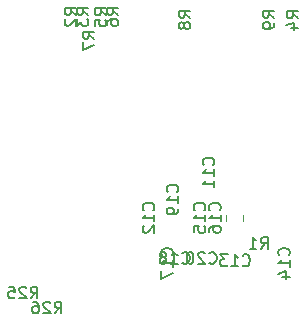
<source format=gbr>
%TF.GenerationSoftware,KiCad,Pcbnew,5.1.6*%
%TF.CreationDate,2021-04-23T20:35:47+02:00*%
%TF.ProjectId,nhci,6e686369-2e6b-4696-9361-645f70636258,rev?*%
%TF.SameCoordinates,Original*%
%TF.FileFunction,Legend,Bot*%
%TF.FilePolarity,Positive*%
%FSLAX46Y46*%
G04 Gerber Fmt 4.6, Leading zero omitted, Abs format (unit mm)*
G04 Created by KiCad (PCBNEW 5.1.6) date 2021-04-23 20:35:47*
%MOMM*%
%LPD*%
G01*
G04 APERTURE LIST*
%ADD10C,0.120000*%
%ADD11C,0.150000*%
G04 APERTURE END LIST*
D10*
%TO.C,C16*%
X68632000Y-123439422D02*
X68632000Y-123956578D01*
X70052000Y-123439422D02*
X70052000Y-123956578D01*
%TO.C,R26*%
D11*
X54086857Y-131797380D02*
X54420190Y-131321190D01*
X54658285Y-131797380D02*
X54658285Y-130797380D01*
X54277333Y-130797380D01*
X54182095Y-130845000D01*
X54134476Y-130892619D01*
X54086857Y-130987857D01*
X54086857Y-131130714D01*
X54134476Y-131225952D01*
X54182095Y-131273571D01*
X54277333Y-131321190D01*
X54658285Y-131321190D01*
X53705904Y-130892619D02*
X53658285Y-130845000D01*
X53563047Y-130797380D01*
X53324952Y-130797380D01*
X53229714Y-130845000D01*
X53182095Y-130892619D01*
X53134476Y-130987857D01*
X53134476Y-131083095D01*
X53182095Y-131225952D01*
X53753523Y-131797380D01*
X53134476Y-131797380D01*
X52277333Y-130797380D02*
X52467809Y-130797380D01*
X52563047Y-130845000D01*
X52610666Y-130892619D01*
X52705904Y-131035476D01*
X52753523Y-131225952D01*
X52753523Y-131606904D01*
X52705904Y-131702142D01*
X52658285Y-131749761D01*
X52563047Y-131797380D01*
X52372571Y-131797380D01*
X52277333Y-131749761D01*
X52229714Y-131702142D01*
X52182095Y-131606904D01*
X52182095Y-131368809D01*
X52229714Y-131273571D01*
X52277333Y-131225952D01*
X52372571Y-131178333D01*
X52563047Y-131178333D01*
X52658285Y-131225952D01*
X52705904Y-131273571D01*
X52753523Y-131368809D01*
%TO.C,R25*%
X52054857Y-130527380D02*
X52388190Y-130051190D01*
X52626285Y-130527380D02*
X52626285Y-129527380D01*
X52245333Y-129527380D01*
X52150095Y-129575000D01*
X52102476Y-129622619D01*
X52054857Y-129717857D01*
X52054857Y-129860714D01*
X52102476Y-129955952D01*
X52150095Y-130003571D01*
X52245333Y-130051190D01*
X52626285Y-130051190D01*
X51673904Y-129622619D02*
X51626285Y-129575000D01*
X51531047Y-129527380D01*
X51292952Y-129527380D01*
X51197714Y-129575000D01*
X51150095Y-129622619D01*
X51102476Y-129717857D01*
X51102476Y-129813095D01*
X51150095Y-129955952D01*
X51721523Y-130527380D01*
X51102476Y-130527380D01*
X50197714Y-129527380D02*
X50673904Y-129527380D01*
X50721523Y-130003571D01*
X50673904Y-129955952D01*
X50578666Y-129908333D01*
X50340571Y-129908333D01*
X50245333Y-129955952D01*
X50197714Y-130003571D01*
X50150095Y-130098809D01*
X50150095Y-130336904D01*
X50197714Y-130432142D01*
X50245333Y-130479761D01*
X50340571Y-130527380D01*
X50578666Y-130527380D01*
X50673904Y-130479761D01*
X50721523Y-130432142D01*
%TO.C,R9*%
X72688380Y-106744333D02*
X72212190Y-106411000D01*
X72688380Y-106172904D02*
X71688380Y-106172904D01*
X71688380Y-106553857D01*
X71736000Y-106649095D01*
X71783619Y-106696714D01*
X71878857Y-106744333D01*
X72021714Y-106744333D01*
X72116952Y-106696714D01*
X72164571Y-106649095D01*
X72212190Y-106553857D01*
X72212190Y-106172904D01*
X72688380Y-107220523D02*
X72688380Y-107411000D01*
X72640761Y-107506238D01*
X72593142Y-107553857D01*
X72450285Y-107649095D01*
X72259809Y-107696714D01*
X71878857Y-107696714D01*
X71783619Y-107649095D01*
X71736000Y-107601476D01*
X71688380Y-107506238D01*
X71688380Y-107315761D01*
X71736000Y-107220523D01*
X71783619Y-107172904D01*
X71878857Y-107125285D01*
X72116952Y-107125285D01*
X72212190Y-107172904D01*
X72259809Y-107220523D01*
X72307428Y-107315761D01*
X72307428Y-107506238D01*
X72259809Y-107601476D01*
X72212190Y-107649095D01*
X72116952Y-107696714D01*
%TO.C,R8*%
X65576380Y-106744333D02*
X65100190Y-106411000D01*
X65576380Y-106172904D02*
X64576380Y-106172904D01*
X64576380Y-106553857D01*
X64624000Y-106649095D01*
X64671619Y-106696714D01*
X64766857Y-106744333D01*
X64909714Y-106744333D01*
X65004952Y-106696714D01*
X65052571Y-106649095D01*
X65100190Y-106553857D01*
X65100190Y-106172904D01*
X65004952Y-107315761D02*
X64957333Y-107220523D01*
X64909714Y-107172904D01*
X64814476Y-107125285D01*
X64766857Y-107125285D01*
X64671619Y-107172904D01*
X64624000Y-107220523D01*
X64576380Y-107315761D01*
X64576380Y-107506238D01*
X64624000Y-107601476D01*
X64671619Y-107649095D01*
X64766857Y-107696714D01*
X64814476Y-107696714D01*
X64909714Y-107649095D01*
X64957333Y-107601476D01*
X65004952Y-107506238D01*
X65004952Y-107315761D01*
X65052571Y-107220523D01*
X65100190Y-107172904D01*
X65195428Y-107125285D01*
X65385904Y-107125285D01*
X65481142Y-107172904D01*
X65528761Y-107220523D01*
X65576380Y-107315761D01*
X65576380Y-107506238D01*
X65528761Y-107601476D01*
X65481142Y-107649095D01*
X65385904Y-107696714D01*
X65195428Y-107696714D01*
X65100190Y-107649095D01*
X65052571Y-107601476D01*
X65004952Y-107506238D01*
%TO.C,R7*%
X57448380Y-108522333D02*
X56972190Y-108189000D01*
X57448380Y-107950904D02*
X56448380Y-107950904D01*
X56448380Y-108331857D01*
X56496000Y-108427095D01*
X56543619Y-108474714D01*
X56638857Y-108522333D01*
X56781714Y-108522333D01*
X56876952Y-108474714D01*
X56924571Y-108427095D01*
X56972190Y-108331857D01*
X56972190Y-107950904D01*
X56448380Y-108855666D02*
X56448380Y-109522333D01*
X57448380Y-109093761D01*
%TO.C,R6*%
X59480380Y-106513333D02*
X59004190Y-106180000D01*
X59480380Y-105941904D02*
X58480380Y-105941904D01*
X58480380Y-106322857D01*
X58528000Y-106418095D01*
X58575619Y-106465714D01*
X58670857Y-106513333D01*
X58813714Y-106513333D01*
X58908952Y-106465714D01*
X58956571Y-106418095D01*
X59004190Y-106322857D01*
X59004190Y-105941904D01*
X58480380Y-107370476D02*
X58480380Y-107180000D01*
X58528000Y-107084761D01*
X58575619Y-107037142D01*
X58718476Y-106941904D01*
X58908952Y-106894285D01*
X59289904Y-106894285D01*
X59385142Y-106941904D01*
X59432761Y-106989523D01*
X59480380Y-107084761D01*
X59480380Y-107275238D01*
X59432761Y-107370476D01*
X59385142Y-107418095D01*
X59289904Y-107465714D01*
X59051809Y-107465714D01*
X58956571Y-107418095D01*
X58908952Y-107370476D01*
X58861333Y-107275238D01*
X58861333Y-107084761D01*
X58908952Y-106989523D01*
X58956571Y-106941904D01*
X59051809Y-106894285D01*
%TO.C,R5*%
X58464380Y-106536333D02*
X57988190Y-106203000D01*
X58464380Y-105964904D02*
X57464380Y-105964904D01*
X57464380Y-106345857D01*
X57512000Y-106441095D01*
X57559619Y-106488714D01*
X57654857Y-106536333D01*
X57797714Y-106536333D01*
X57892952Y-106488714D01*
X57940571Y-106441095D01*
X57988190Y-106345857D01*
X57988190Y-105964904D01*
X57464380Y-107441095D02*
X57464380Y-106964904D01*
X57940571Y-106917285D01*
X57892952Y-106964904D01*
X57845333Y-107060142D01*
X57845333Y-107298238D01*
X57892952Y-107393476D01*
X57940571Y-107441095D01*
X58035809Y-107488714D01*
X58273904Y-107488714D01*
X58369142Y-107441095D01*
X58416761Y-107393476D01*
X58464380Y-107298238D01*
X58464380Y-107060142D01*
X58416761Y-106964904D01*
X58369142Y-106917285D01*
%TO.C,R4*%
X74720380Y-106790333D02*
X74244190Y-106457000D01*
X74720380Y-106218904D02*
X73720380Y-106218904D01*
X73720380Y-106599857D01*
X73768000Y-106695095D01*
X73815619Y-106742714D01*
X73910857Y-106790333D01*
X74053714Y-106790333D01*
X74148952Y-106742714D01*
X74196571Y-106695095D01*
X74244190Y-106599857D01*
X74244190Y-106218904D01*
X74053714Y-107647476D02*
X74720380Y-107647476D01*
X73672761Y-107409380D02*
X74387047Y-107171285D01*
X74387047Y-107790333D01*
%TO.C,R3*%
X56940380Y-106513333D02*
X56464190Y-106180000D01*
X56940380Y-105941904D02*
X55940380Y-105941904D01*
X55940380Y-106322857D01*
X55988000Y-106418095D01*
X56035619Y-106465714D01*
X56130857Y-106513333D01*
X56273714Y-106513333D01*
X56368952Y-106465714D01*
X56416571Y-106418095D01*
X56464190Y-106322857D01*
X56464190Y-105941904D01*
X55940380Y-106846666D02*
X55940380Y-107465714D01*
X56321333Y-107132380D01*
X56321333Y-107275238D01*
X56368952Y-107370476D01*
X56416571Y-107418095D01*
X56511809Y-107465714D01*
X56749904Y-107465714D01*
X56845142Y-107418095D01*
X56892761Y-107370476D01*
X56940380Y-107275238D01*
X56940380Y-106989523D01*
X56892761Y-106894285D01*
X56845142Y-106846666D01*
%TO.C,R2*%
X55924380Y-106513333D02*
X55448190Y-106180000D01*
X55924380Y-105941904D02*
X54924380Y-105941904D01*
X54924380Y-106322857D01*
X54972000Y-106418095D01*
X55019619Y-106465714D01*
X55114857Y-106513333D01*
X55257714Y-106513333D01*
X55352952Y-106465714D01*
X55400571Y-106418095D01*
X55448190Y-106322857D01*
X55448190Y-105941904D01*
X55019619Y-106894285D02*
X54972000Y-106941904D01*
X54924380Y-107037142D01*
X54924380Y-107275238D01*
X54972000Y-107370476D01*
X55019619Y-107418095D01*
X55114857Y-107465714D01*
X55210095Y-107465714D01*
X55352952Y-107418095D01*
X55924380Y-106846666D01*
X55924380Y-107465714D01*
%TO.C,C20*%
X67167857Y-127511142D02*
X67215476Y-127558761D01*
X67358333Y-127606380D01*
X67453571Y-127606380D01*
X67596428Y-127558761D01*
X67691666Y-127463523D01*
X67739285Y-127368285D01*
X67786904Y-127177809D01*
X67786904Y-127034952D01*
X67739285Y-126844476D01*
X67691666Y-126749238D01*
X67596428Y-126654000D01*
X67453571Y-126606380D01*
X67358333Y-126606380D01*
X67215476Y-126654000D01*
X67167857Y-126701619D01*
X66786904Y-126701619D02*
X66739285Y-126654000D01*
X66644047Y-126606380D01*
X66405952Y-126606380D01*
X66310714Y-126654000D01*
X66263095Y-126701619D01*
X66215476Y-126796857D01*
X66215476Y-126892095D01*
X66263095Y-127034952D01*
X66834523Y-127606380D01*
X66215476Y-127606380D01*
X65596428Y-126606380D02*
X65501190Y-126606380D01*
X65405952Y-126654000D01*
X65358333Y-126701619D01*
X65310714Y-126796857D01*
X65263095Y-126987333D01*
X65263095Y-127225428D01*
X65310714Y-127415904D01*
X65358333Y-127511142D01*
X65405952Y-127558761D01*
X65501190Y-127606380D01*
X65596428Y-127606380D01*
X65691666Y-127558761D01*
X65739285Y-127511142D01*
X65786904Y-127415904D01*
X65834523Y-127225428D01*
X65834523Y-126987333D01*
X65786904Y-126796857D01*
X65739285Y-126701619D01*
X65691666Y-126654000D01*
X65596428Y-126606380D01*
%TO.C,C19*%
X64465142Y-121508142D02*
X64512761Y-121460523D01*
X64560380Y-121317666D01*
X64560380Y-121222428D01*
X64512761Y-121079571D01*
X64417523Y-120984333D01*
X64322285Y-120936714D01*
X64131809Y-120889095D01*
X63988952Y-120889095D01*
X63798476Y-120936714D01*
X63703238Y-120984333D01*
X63608000Y-121079571D01*
X63560380Y-121222428D01*
X63560380Y-121317666D01*
X63608000Y-121460523D01*
X63655619Y-121508142D01*
X64560380Y-122460523D02*
X64560380Y-121889095D01*
X64560380Y-122174809D02*
X63560380Y-122174809D01*
X63703238Y-122079571D01*
X63798476Y-121984333D01*
X63846095Y-121889095D01*
X64560380Y-122936714D02*
X64560380Y-123127190D01*
X64512761Y-123222428D01*
X64465142Y-123270047D01*
X64322285Y-123365285D01*
X64131809Y-123412904D01*
X63750857Y-123412904D01*
X63655619Y-123365285D01*
X63608000Y-123317666D01*
X63560380Y-123222428D01*
X63560380Y-123031952D01*
X63608000Y-122936714D01*
X63655619Y-122889095D01*
X63750857Y-122841476D01*
X63988952Y-122841476D01*
X64084190Y-122889095D01*
X64131809Y-122936714D01*
X64179428Y-123031952D01*
X64179428Y-123222428D01*
X64131809Y-123317666D01*
X64084190Y-123365285D01*
X63988952Y-123412904D01*
%TO.C,C18*%
X64881857Y-127511142D02*
X64929476Y-127558761D01*
X65072333Y-127606380D01*
X65167571Y-127606380D01*
X65310428Y-127558761D01*
X65405666Y-127463523D01*
X65453285Y-127368285D01*
X65500904Y-127177809D01*
X65500904Y-127034952D01*
X65453285Y-126844476D01*
X65405666Y-126749238D01*
X65310428Y-126654000D01*
X65167571Y-126606380D01*
X65072333Y-126606380D01*
X64929476Y-126654000D01*
X64881857Y-126701619D01*
X63929476Y-127606380D02*
X64500904Y-127606380D01*
X64215190Y-127606380D02*
X64215190Y-126606380D01*
X64310428Y-126749238D01*
X64405666Y-126844476D01*
X64500904Y-126892095D01*
X63358047Y-127034952D02*
X63453285Y-126987333D01*
X63500904Y-126939714D01*
X63548523Y-126844476D01*
X63548523Y-126796857D01*
X63500904Y-126701619D01*
X63453285Y-126654000D01*
X63358047Y-126606380D01*
X63167571Y-126606380D01*
X63072333Y-126654000D01*
X63024714Y-126701619D01*
X62977095Y-126796857D01*
X62977095Y-126844476D01*
X63024714Y-126939714D01*
X63072333Y-126987333D01*
X63167571Y-127034952D01*
X63358047Y-127034952D01*
X63453285Y-127082571D01*
X63500904Y-127130190D01*
X63548523Y-127225428D01*
X63548523Y-127415904D01*
X63500904Y-127511142D01*
X63453285Y-127558761D01*
X63358047Y-127606380D01*
X63167571Y-127606380D01*
X63072333Y-127558761D01*
X63024714Y-127511142D01*
X62977095Y-127415904D01*
X62977095Y-127225428D01*
X63024714Y-127130190D01*
X63072333Y-127082571D01*
X63167571Y-127034952D01*
%TO.C,R1*%
X71540666Y-126336380D02*
X71874000Y-125860190D01*
X72112095Y-126336380D02*
X72112095Y-125336380D01*
X71731142Y-125336380D01*
X71635904Y-125384000D01*
X71588285Y-125431619D01*
X71540666Y-125526857D01*
X71540666Y-125669714D01*
X71588285Y-125764952D01*
X71635904Y-125812571D01*
X71731142Y-125860190D01*
X72112095Y-125860190D01*
X70588285Y-126336380D02*
X71159714Y-126336380D01*
X70874000Y-126336380D02*
X70874000Y-125336380D01*
X70969238Y-125479238D01*
X71064476Y-125574476D01*
X71159714Y-125622095D01*
%TO.C,C17*%
X64011142Y-126888142D02*
X64058761Y-126840523D01*
X64106380Y-126697666D01*
X64106380Y-126602428D01*
X64058761Y-126459571D01*
X63963523Y-126364333D01*
X63868285Y-126316714D01*
X63677809Y-126269095D01*
X63534952Y-126269095D01*
X63344476Y-126316714D01*
X63249238Y-126364333D01*
X63154000Y-126459571D01*
X63106380Y-126602428D01*
X63106380Y-126697666D01*
X63154000Y-126840523D01*
X63201619Y-126888142D01*
X64106380Y-127840523D02*
X64106380Y-127269095D01*
X64106380Y-127554809D02*
X63106380Y-127554809D01*
X63249238Y-127459571D01*
X63344476Y-127364333D01*
X63392095Y-127269095D01*
X63106380Y-128173857D02*
X63106380Y-128840523D01*
X64106380Y-128411952D01*
%TO.C,C16*%
X68049142Y-123055142D02*
X68096761Y-123007523D01*
X68144380Y-122864666D01*
X68144380Y-122769428D01*
X68096761Y-122626571D01*
X68001523Y-122531333D01*
X67906285Y-122483714D01*
X67715809Y-122436095D01*
X67572952Y-122436095D01*
X67382476Y-122483714D01*
X67287238Y-122531333D01*
X67192000Y-122626571D01*
X67144380Y-122769428D01*
X67144380Y-122864666D01*
X67192000Y-123007523D01*
X67239619Y-123055142D01*
X68144380Y-124007523D02*
X68144380Y-123436095D01*
X68144380Y-123721809D02*
X67144380Y-123721809D01*
X67287238Y-123626571D01*
X67382476Y-123531333D01*
X67430095Y-123436095D01*
X67144380Y-124864666D02*
X67144380Y-124674190D01*
X67192000Y-124578952D01*
X67239619Y-124531333D01*
X67382476Y-124436095D01*
X67572952Y-124388476D01*
X67953904Y-124388476D01*
X68049142Y-124436095D01*
X68096761Y-124483714D01*
X68144380Y-124578952D01*
X68144380Y-124769428D01*
X68096761Y-124864666D01*
X68049142Y-124912285D01*
X67953904Y-124959904D01*
X67715809Y-124959904D01*
X67620571Y-124912285D01*
X67572952Y-124864666D01*
X67525333Y-124769428D01*
X67525333Y-124578952D01*
X67572952Y-124483714D01*
X67620571Y-124436095D01*
X67715809Y-124388476D01*
%TO.C,C15*%
X66751142Y-123055142D02*
X66798761Y-123007523D01*
X66846380Y-122864666D01*
X66846380Y-122769428D01*
X66798761Y-122626571D01*
X66703523Y-122531333D01*
X66608285Y-122483714D01*
X66417809Y-122436095D01*
X66274952Y-122436095D01*
X66084476Y-122483714D01*
X65989238Y-122531333D01*
X65894000Y-122626571D01*
X65846380Y-122769428D01*
X65846380Y-122864666D01*
X65894000Y-123007523D01*
X65941619Y-123055142D01*
X66846380Y-124007523D02*
X66846380Y-123436095D01*
X66846380Y-123721809D02*
X65846380Y-123721809D01*
X65989238Y-123626571D01*
X66084476Y-123531333D01*
X66132095Y-123436095D01*
X65846380Y-124912285D02*
X65846380Y-124436095D01*
X66322571Y-124388476D01*
X66274952Y-124436095D01*
X66227333Y-124531333D01*
X66227333Y-124769428D01*
X66274952Y-124864666D01*
X66322571Y-124912285D01*
X66417809Y-124959904D01*
X66655904Y-124959904D01*
X66751142Y-124912285D01*
X66798761Y-124864666D01*
X66846380Y-124769428D01*
X66846380Y-124531333D01*
X66798761Y-124436095D01*
X66751142Y-124388476D01*
%TO.C,C14*%
X73917142Y-126888142D02*
X73964761Y-126840523D01*
X74012380Y-126697666D01*
X74012380Y-126602428D01*
X73964761Y-126459571D01*
X73869523Y-126364333D01*
X73774285Y-126316714D01*
X73583809Y-126269095D01*
X73440952Y-126269095D01*
X73250476Y-126316714D01*
X73155238Y-126364333D01*
X73060000Y-126459571D01*
X73012380Y-126602428D01*
X73012380Y-126697666D01*
X73060000Y-126840523D01*
X73107619Y-126888142D01*
X74012380Y-127840523D02*
X74012380Y-127269095D01*
X74012380Y-127554809D02*
X73012380Y-127554809D01*
X73155238Y-127459571D01*
X73250476Y-127364333D01*
X73298095Y-127269095D01*
X73345714Y-128697666D02*
X74012380Y-128697666D01*
X72964761Y-128459571D02*
X73679047Y-128221476D01*
X73679047Y-128840523D01*
%TO.C,C13*%
X70007857Y-127711142D02*
X70055476Y-127758761D01*
X70198333Y-127806380D01*
X70293571Y-127806380D01*
X70436428Y-127758761D01*
X70531666Y-127663523D01*
X70579285Y-127568285D01*
X70626904Y-127377809D01*
X70626904Y-127234952D01*
X70579285Y-127044476D01*
X70531666Y-126949238D01*
X70436428Y-126854000D01*
X70293571Y-126806380D01*
X70198333Y-126806380D01*
X70055476Y-126854000D01*
X70007857Y-126901619D01*
X69055476Y-127806380D02*
X69626904Y-127806380D01*
X69341190Y-127806380D02*
X69341190Y-126806380D01*
X69436428Y-126949238D01*
X69531666Y-127044476D01*
X69626904Y-127092095D01*
X68722142Y-126806380D02*
X68103095Y-126806380D01*
X68436428Y-127187333D01*
X68293571Y-127187333D01*
X68198333Y-127234952D01*
X68150714Y-127282571D01*
X68103095Y-127377809D01*
X68103095Y-127615904D01*
X68150714Y-127711142D01*
X68198333Y-127758761D01*
X68293571Y-127806380D01*
X68579285Y-127806380D01*
X68674523Y-127758761D01*
X68722142Y-127711142D01*
%TO.C,C12*%
X62433142Y-123055142D02*
X62480761Y-123007523D01*
X62528380Y-122864666D01*
X62528380Y-122769428D01*
X62480761Y-122626571D01*
X62385523Y-122531333D01*
X62290285Y-122483714D01*
X62099809Y-122436095D01*
X61956952Y-122436095D01*
X61766476Y-122483714D01*
X61671238Y-122531333D01*
X61576000Y-122626571D01*
X61528380Y-122769428D01*
X61528380Y-122864666D01*
X61576000Y-123007523D01*
X61623619Y-123055142D01*
X62528380Y-124007523D02*
X62528380Y-123436095D01*
X62528380Y-123721809D02*
X61528380Y-123721809D01*
X61671238Y-123626571D01*
X61766476Y-123531333D01*
X61814095Y-123436095D01*
X61623619Y-124388476D02*
X61576000Y-124436095D01*
X61528380Y-124531333D01*
X61528380Y-124769428D01*
X61576000Y-124864666D01*
X61623619Y-124912285D01*
X61718857Y-124959904D01*
X61814095Y-124959904D01*
X61956952Y-124912285D01*
X62528380Y-124340857D01*
X62528380Y-124959904D01*
%TO.C,C11*%
X67513142Y-119222142D02*
X67560761Y-119174523D01*
X67608380Y-119031666D01*
X67608380Y-118936428D01*
X67560761Y-118793571D01*
X67465523Y-118698333D01*
X67370285Y-118650714D01*
X67179809Y-118603095D01*
X67036952Y-118603095D01*
X66846476Y-118650714D01*
X66751238Y-118698333D01*
X66656000Y-118793571D01*
X66608380Y-118936428D01*
X66608380Y-119031666D01*
X66656000Y-119174523D01*
X66703619Y-119222142D01*
X67608380Y-120174523D02*
X67608380Y-119603095D01*
X67608380Y-119888809D02*
X66608380Y-119888809D01*
X66751238Y-119793571D01*
X66846476Y-119698333D01*
X66894095Y-119603095D01*
X67608380Y-121126904D02*
X67608380Y-120555476D01*
X67608380Y-120841190D02*
X66608380Y-120841190D01*
X66751238Y-120745952D01*
X66846476Y-120650714D01*
X66894095Y-120555476D01*
%TD*%
M02*

</source>
